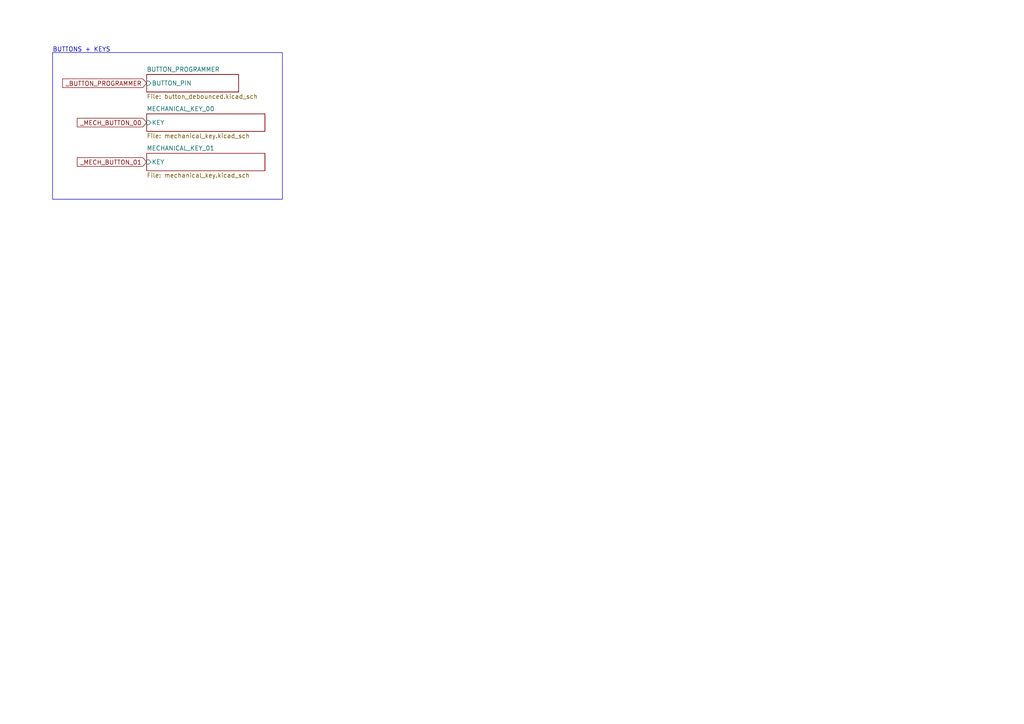
<source format=kicad_sch>
(kicad_sch (version 20230121) (generator eeschema)
  (paper "A4")
  (lib_symbols)
  (rectangle (start 15.24 15.24) (end 81.915 57.785))
  (text "BUTTONS + KEYS" (at 15.24 15.24 0) (effects (font (size 1.27 1.27)) (justify left bottom)))
  (global_label "_MECH_BUTTON_00" (shape input) (at 42.545 35.56 180) (property "Intersheetrefs" "${INTERSHEET_REFS}" (effects hide)))
  (global_label "_MECH_BUTTON_01" (shape input) (at 42.545 46.99 180) (property "Intersheetrefs" "${INTERSHEET_REFS}" (effects hide)))
  (global_label "_BUTTON_PROGRAMMER" (shape input) (at 42.545 24.13 180) (property "Intersheetrefs" "${INTERSHEET_REFS}" (effects hide)))
  (sheet (at 42.545 33.02) (size 34.29 5.08) (stroke (width 0.1524))
    (property "Sheetname" "MECHANICAL_KEY_00" (at 42.545 32.3084 0) (effects (justify left bottom)))
    (property "Sheetfile" "mechanical_key.kicad_sch" (at 42.545 38.6846 0) (effects (justify left top)))
    (pin "KEY" input (at 42.545 35.56 180))
  )
  (sheet (at 42.545 21.59) (size 26.67 5.08) (stroke (width 0.1524))
    (property "Sheetname" "BUTTON_PROGRAMMER" (at 42.545 20.8784 0) (effects (justify left bottom)))
    (property "Sheetfile" "button_debounced.kicad_sch" (at 42.545 27.2546 0) (effects (justify left top)))
    (pin "BUTTON_PIN" input (at 42.545 24.13 180))
  )
  (sheet (at 42.545 44.45) (size 34.29 5.08) (stroke (width 0.1524))
    (property "Sheetname" "MECHANICAL_KEY_01" (at 42.545 43.7384 0) (effects (justify left bottom)))
    (property "Sheetfile" "mechanical_key.kicad_sch" (at 42.545 50.1146 0) (effects (justify left top)))
    (pin "KEY" input (at 42.545 46.99 180))
  )
)
</source>
